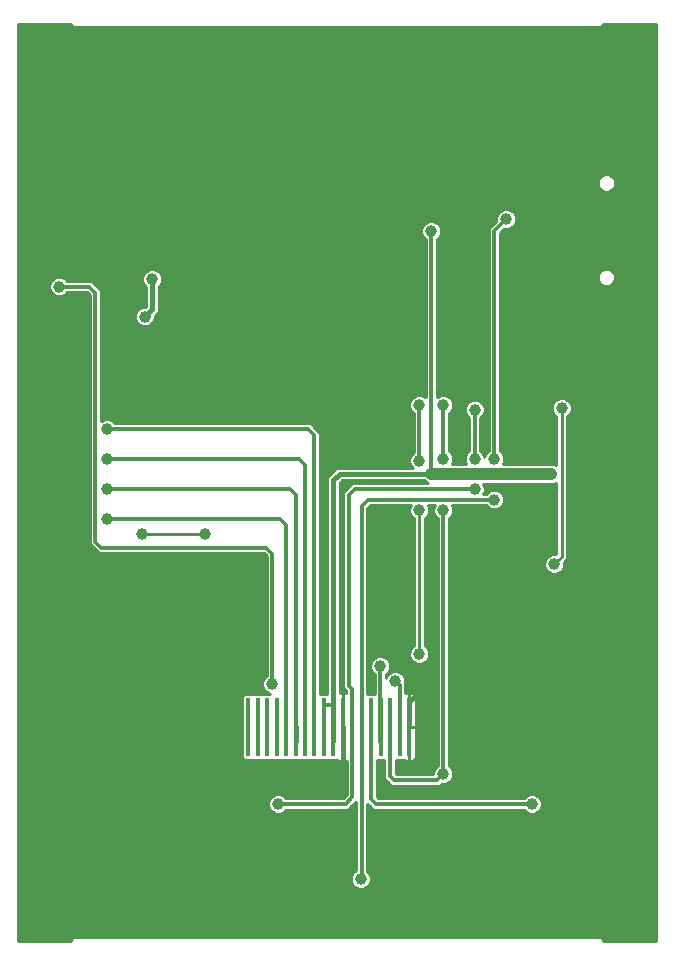
<source format=gbl>
G75*
%MOIN*%
%OFA0B0*%
%FSLAX25Y25*%
%IPPOS*%
%LPD*%
%AMOC8*
5,1,8,0,0,1.08239X$1,22.5*
%
%ADD10R,0.01772X0.19685*%
%ADD11C,0.03962*%
%ADD12C,0.01000*%
%ADD13C,0.01200*%
%ADD14C,0.01600*%
%ADD15C,0.04000*%
D10*
X0084199Y0092169D03*
X0087349Y0092169D03*
X0090498Y0092169D03*
X0093648Y0092169D03*
X0096797Y0092169D03*
X0099947Y0092169D03*
X0103097Y0092169D03*
X0106246Y0092169D03*
X0109396Y0092169D03*
X0112545Y0092169D03*
X0115695Y0092169D03*
X0118845Y0092169D03*
X0121994Y0092169D03*
X0125144Y0092169D03*
X0128293Y0092169D03*
X0131443Y0092169D03*
X0134593Y0092169D03*
X0137742Y0092169D03*
D11*
X0141671Y0102000D03*
X0133171Y0107500D03*
X0128171Y0112500D03*
X0141171Y0116500D03*
X0155671Y0102000D03*
X0149171Y0076500D03*
X0137171Y0056500D03*
X0137171Y0051500D03*
X0132171Y0051500D03*
X0127171Y0051500D03*
X0127171Y0056500D03*
X0132171Y0056500D03*
X0121671Y0041500D03*
X0115171Y0045500D03*
X0115171Y0050500D03*
X0109671Y0050500D03*
X0109671Y0045500D03*
X0104171Y0045500D03*
X0104171Y0050500D03*
X0094171Y0066500D03*
X0092171Y0106500D03*
X0069671Y0156500D03*
X0048671Y0156500D03*
X0037171Y0161500D03*
X0037171Y0171500D03*
X0037171Y0181500D03*
X0037171Y0191500D03*
X0043171Y0210500D03*
X0054171Y0210500D03*
X0049671Y0229000D03*
X0052171Y0241500D03*
X0021171Y0239000D03*
X0021671Y0147000D03*
X0016671Y0147000D03*
X0011671Y0147000D03*
X0011671Y0142000D03*
X0016671Y0142000D03*
X0021671Y0142000D03*
X0141171Y0164500D03*
X0149171Y0164500D03*
X0159671Y0171500D03*
X0166171Y0168000D03*
X0175171Y0176500D03*
X0180171Y0176500D03*
X0185171Y0176500D03*
X0188671Y0198500D03*
X0166171Y0181500D03*
X0159671Y0181500D03*
X0159671Y0198000D03*
X0149171Y0199500D03*
X0141171Y0199500D03*
X0141171Y0181000D03*
X0149171Y0181500D03*
X0186171Y0146500D03*
X0178671Y0066500D03*
X0145171Y0257500D03*
X0170171Y0261500D03*
D12*
X0025071Y0021000D02*
X0007271Y0021000D01*
X0007271Y0326500D01*
X0025071Y0326500D01*
X0025071Y0326044D01*
X0025716Y0325400D01*
X0201627Y0325400D01*
X0202271Y0326044D01*
X0202271Y0326500D01*
X0220071Y0326500D01*
X0220071Y0021000D01*
X0202271Y0021000D01*
X0202271Y0021456D01*
X0201627Y0022100D01*
X0025716Y0022100D01*
X0025071Y0021456D01*
X0025071Y0021000D01*
X0025079Y0021463D02*
X0007271Y0021463D01*
X0007271Y0022461D02*
X0220071Y0022461D01*
X0220071Y0021463D02*
X0202264Y0021463D01*
X0220071Y0023460D02*
X0007271Y0023460D01*
X0007271Y0024458D02*
X0220071Y0024458D01*
X0220071Y0025457D02*
X0007271Y0025457D01*
X0007271Y0026455D02*
X0220071Y0026455D01*
X0220071Y0027454D02*
X0007271Y0027454D01*
X0007271Y0028452D02*
X0220071Y0028452D01*
X0220071Y0029451D02*
X0007271Y0029451D01*
X0007271Y0030449D02*
X0220071Y0030449D01*
X0220071Y0031448D02*
X0007271Y0031448D01*
X0007271Y0032446D02*
X0220071Y0032446D01*
X0220071Y0033445D02*
X0007271Y0033445D01*
X0007271Y0034443D02*
X0220071Y0034443D01*
X0220071Y0035442D02*
X0007271Y0035442D01*
X0007271Y0036440D02*
X0220071Y0036440D01*
X0220071Y0037439D02*
X0007271Y0037439D01*
X0007271Y0038437D02*
X0120491Y0038437D01*
X0121019Y0038219D02*
X0119813Y0038718D01*
X0118890Y0039641D01*
X0118390Y0040847D01*
X0118390Y0042153D01*
X0118890Y0043359D01*
X0119813Y0044282D01*
X0120094Y0044398D01*
X0120094Y0067236D01*
X0118571Y0065713D01*
X0117458Y0064600D01*
X0096912Y0064600D01*
X0096030Y0063718D01*
X0094824Y0063219D01*
X0093519Y0063219D01*
X0092313Y0063718D01*
X0091390Y0064641D01*
X0090890Y0065847D01*
X0090890Y0067153D01*
X0091390Y0068359D01*
X0092313Y0069282D01*
X0093519Y0069781D01*
X0094824Y0069781D01*
X0096030Y0069282D01*
X0096912Y0068400D01*
X0115884Y0068400D01*
X0116945Y0069460D01*
X0116945Y0080871D01*
X0116778Y0080827D01*
X0115695Y0080827D01*
X0115695Y0092169D01*
X0115695Y0092169D01*
X0115695Y0080827D01*
X0114612Y0080827D01*
X0114230Y0080929D01*
X0114003Y0081060D01*
X0113970Y0081027D01*
X0111121Y0081027D01*
X0110971Y0081177D01*
X0110820Y0081027D01*
X0107971Y0081027D01*
X0107821Y0081177D01*
X0107670Y0081027D01*
X0104822Y0081027D01*
X0104671Y0081177D01*
X0104521Y0081027D01*
X0101672Y0081027D01*
X0101522Y0081177D01*
X0101371Y0081027D01*
X0098523Y0081027D01*
X0098372Y0081177D01*
X0098222Y0081027D01*
X0095373Y0081027D01*
X0095223Y0081177D01*
X0095072Y0081027D01*
X0092223Y0081027D01*
X0092073Y0081177D01*
X0091922Y0081027D01*
X0089074Y0081027D01*
X0088923Y0081177D01*
X0088773Y0081027D01*
X0085924Y0081027D01*
X0085774Y0081177D01*
X0085623Y0081027D01*
X0082775Y0081027D01*
X0082013Y0081788D01*
X0082013Y0102550D01*
X0082775Y0103312D01*
X0085623Y0103312D01*
X0085774Y0103161D01*
X0085924Y0103312D01*
X0088773Y0103312D01*
X0088923Y0103161D01*
X0089074Y0103312D01*
X0091294Y0103312D01*
X0090313Y0103718D01*
X0089390Y0104641D01*
X0088890Y0105847D01*
X0088890Y0107153D01*
X0089390Y0108359D01*
X0090271Y0109240D01*
X0090271Y0149213D01*
X0089384Y0150100D01*
X0034384Y0150100D01*
X0032384Y0152100D01*
X0031271Y0153213D01*
X0031271Y0236213D01*
X0030384Y0237100D01*
X0023912Y0237100D01*
X0023030Y0236218D01*
X0021824Y0235719D01*
X0020519Y0235719D01*
X0019313Y0236218D01*
X0018390Y0237141D01*
X0007271Y0237141D01*
X0007271Y0236143D02*
X0019496Y0236143D01*
X0018390Y0237141D02*
X0017890Y0238347D01*
X0017890Y0239653D01*
X0018390Y0240859D01*
X0019313Y0241782D01*
X0020519Y0242281D01*
X0021824Y0242281D01*
X0023030Y0241782D01*
X0023912Y0240900D01*
X0031958Y0240900D01*
X0033071Y0239787D01*
X0035071Y0237787D01*
X0035071Y0194040D01*
X0035313Y0194282D01*
X0036519Y0194781D01*
X0037824Y0194781D01*
X0039030Y0194282D01*
X0039912Y0193400D01*
X0104958Y0193400D01*
X0106071Y0192287D01*
X0108146Y0190212D01*
X0108146Y0103312D01*
X0110445Y0103312D01*
X0110445Y0175244D01*
X0112571Y0177370D01*
X0113802Y0178600D01*
X0138931Y0178600D01*
X0138390Y0179141D01*
X0137890Y0180347D01*
X0137890Y0181653D01*
X0138390Y0182859D01*
X0139271Y0183740D01*
X0139271Y0196760D01*
X0138390Y0197641D01*
X0137890Y0198847D01*
X0137890Y0200153D01*
X0138390Y0201359D01*
X0139313Y0202282D01*
X0140519Y0202781D01*
X0141824Y0202781D01*
X0143030Y0202282D01*
X0143271Y0202040D01*
X0143271Y0254760D01*
X0142390Y0255641D01*
X0141890Y0256847D01*
X0141890Y0258153D01*
X0142390Y0259359D01*
X0143313Y0260282D01*
X0144519Y0260781D01*
X0145824Y0260781D01*
X0147030Y0260282D01*
X0147953Y0259359D01*
X0148452Y0258153D01*
X0148452Y0256847D01*
X0147953Y0255641D01*
X0147071Y0254760D01*
X0147071Y0202040D01*
X0147313Y0202282D01*
X0148519Y0202781D01*
X0149824Y0202781D01*
X0151030Y0202282D01*
X0151953Y0201359D01*
X0152452Y0200153D01*
X0152452Y0198847D01*
X0151953Y0197641D01*
X0151071Y0196760D01*
X0151071Y0184240D01*
X0151953Y0183359D01*
X0152452Y0182153D01*
X0152452Y0180847D01*
X0152019Y0179800D01*
X0156824Y0179800D01*
X0156390Y0180847D01*
X0156390Y0182153D01*
X0156890Y0183359D01*
X0157771Y0184240D01*
X0157771Y0195260D01*
X0156890Y0196141D01*
X0156390Y0197347D01*
X0156390Y0198653D01*
X0156890Y0199859D01*
X0157813Y0200782D01*
X0159019Y0201281D01*
X0160324Y0201281D01*
X0161530Y0200782D01*
X0162453Y0199859D01*
X0162952Y0198653D01*
X0162952Y0197347D01*
X0162453Y0196141D01*
X0161571Y0195260D01*
X0161571Y0184240D01*
X0162453Y0183359D01*
X0162921Y0182228D01*
X0163390Y0183359D01*
X0164271Y0184240D01*
X0164271Y0258287D01*
X0166890Y0260906D01*
X0166890Y0262153D01*
X0167390Y0263359D01*
X0168313Y0264282D01*
X0169519Y0264781D01*
X0170824Y0264781D01*
X0172030Y0264282D01*
X0172953Y0263359D01*
X0173452Y0262153D01*
X0173452Y0260847D01*
X0172953Y0259641D01*
X0172030Y0258718D01*
X0170824Y0258219D01*
X0169577Y0258219D01*
X0168071Y0256713D01*
X0168071Y0184240D01*
X0168953Y0183359D01*
X0169452Y0182153D01*
X0169452Y0180847D01*
X0169019Y0179800D01*
X0185828Y0179800D01*
X0186871Y0179368D01*
X0186871Y0195694D01*
X0186813Y0195718D01*
X0185890Y0196641D01*
X0185390Y0197847D01*
X0185390Y0199153D01*
X0185890Y0200359D01*
X0186813Y0201282D01*
X0188019Y0201781D01*
X0189324Y0201781D01*
X0190530Y0201282D01*
X0191453Y0200359D01*
X0191952Y0199153D01*
X0191952Y0197847D01*
X0191453Y0196641D01*
X0190530Y0195718D01*
X0190471Y0195694D01*
X0190471Y0148254D01*
X0189428Y0147211D01*
X0189452Y0147153D01*
X0189452Y0145847D01*
X0188953Y0144641D01*
X0188030Y0143718D01*
X0186824Y0143219D01*
X0185519Y0143219D01*
X0184313Y0143718D01*
X0183390Y0144641D01*
X0182890Y0145847D01*
X0182890Y0147153D01*
X0183390Y0148359D01*
X0184313Y0149282D01*
X0185519Y0149781D01*
X0186824Y0149781D01*
X0186871Y0149761D01*
X0186871Y0173632D01*
X0185828Y0173200D01*
X0162519Y0173200D01*
X0162952Y0172153D01*
X0162952Y0170847D01*
X0162560Y0169900D01*
X0163431Y0169900D01*
X0164313Y0170782D01*
X0165519Y0171281D01*
X0166824Y0171281D01*
X0168030Y0170782D01*
X0168953Y0169859D01*
X0169452Y0168653D01*
X0169452Y0167347D01*
X0168953Y0166141D01*
X0168030Y0165218D01*
X0166824Y0164719D01*
X0165519Y0164719D01*
X0164313Y0165218D01*
X0163431Y0166100D01*
X0152060Y0166100D01*
X0152452Y0165153D01*
X0152452Y0163847D01*
X0151953Y0162641D01*
X0151071Y0161760D01*
X0151071Y0079240D01*
X0151953Y0078359D01*
X0152452Y0077153D01*
X0152452Y0075847D01*
X0151953Y0074641D01*
X0151030Y0073718D01*
X0149824Y0073219D01*
X0148577Y0073219D01*
X0147958Y0072600D01*
X0131884Y0072600D01*
X0130771Y0073713D01*
X0129543Y0074941D01*
X0129543Y0081027D01*
X0127044Y0081027D01*
X0127044Y0068815D01*
X0127458Y0068400D01*
X0175931Y0068400D01*
X0176813Y0069282D01*
X0178019Y0069781D01*
X0179324Y0069781D01*
X0180530Y0069282D01*
X0181453Y0068359D01*
X0181952Y0067153D01*
X0181952Y0065847D01*
X0181453Y0064641D01*
X0180530Y0063718D01*
X0179324Y0063219D01*
X0178019Y0063219D01*
X0176813Y0063718D01*
X0175931Y0064600D01*
X0125884Y0064600D01*
X0124771Y0065713D01*
X0123894Y0066590D01*
X0123894Y0043917D01*
X0124453Y0043359D01*
X0124952Y0042153D01*
X0124952Y0040847D01*
X0124453Y0039641D01*
X0123530Y0038718D01*
X0122324Y0038219D01*
X0121019Y0038219D01*
X0122852Y0038437D02*
X0220071Y0038437D01*
X0220071Y0039436D02*
X0124248Y0039436D01*
X0124781Y0040434D02*
X0220071Y0040434D01*
X0220071Y0041433D02*
X0124952Y0041433D01*
X0124837Y0042432D02*
X0220071Y0042432D01*
X0220071Y0043430D02*
X0124381Y0043430D01*
X0123894Y0044429D02*
X0220071Y0044429D01*
X0220071Y0045427D02*
X0123894Y0045427D01*
X0123894Y0046426D02*
X0220071Y0046426D01*
X0220071Y0047424D02*
X0123894Y0047424D01*
X0123894Y0048423D02*
X0220071Y0048423D01*
X0220071Y0049421D02*
X0123894Y0049421D01*
X0123894Y0050420D02*
X0220071Y0050420D01*
X0220071Y0051418D02*
X0123894Y0051418D01*
X0123894Y0052417D02*
X0220071Y0052417D01*
X0220071Y0053415D02*
X0123894Y0053415D01*
X0123894Y0054414D02*
X0220071Y0054414D01*
X0220071Y0055412D02*
X0123894Y0055412D01*
X0123894Y0056411D02*
X0220071Y0056411D01*
X0220071Y0057409D02*
X0123894Y0057409D01*
X0123894Y0058408D02*
X0220071Y0058408D01*
X0220071Y0059406D02*
X0123894Y0059406D01*
X0123894Y0060405D02*
X0220071Y0060405D01*
X0220071Y0061403D02*
X0123894Y0061403D01*
X0123894Y0062402D02*
X0220071Y0062402D01*
X0220071Y0063400D02*
X0179762Y0063400D01*
X0181210Y0064399D02*
X0220071Y0064399D01*
X0220071Y0065397D02*
X0181766Y0065397D01*
X0181952Y0066396D02*
X0220071Y0066396D01*
X0220071Y0067394D02*
X0181852Y0067394D01*
X0181419Y0068393D02*
X0220071Y0068393D01*
X0220071Y0069391D02*
X0180265Y0069391D01*
X0177581Y0063400D02*
X0123894Y0063400D01*
X0123894Y0064399D02*
X0176132Y0064399D01*
X0177078Y0069391D02*
X0127044Y0069391D01*
X0127044Y0070390D02*
X0220071Y0070390D01*
X0220071Y0071388D02*
X0127044Y0071388D01*
X0127044Y0072387D02*
X0220071Y0072387D01*
X0220071Y0073385D02*
X0150226Y0073385D01*
X0151695Y0074384D02*
X0220071Y0074384D01*
X0220071Y0075382D02*
X0152260Y0075382D01*
X0152452Y0076381D02*
X0220071Y0076381D01*
X0220071Y0077379D02*
X0152359Y0077379D01*
X0151934Y0078378D02*
X0220071Y0078378D01*
X0220071Y0079376D02*
X0151071Y0079376D01*
X0151071Y0080375D02*
X0220071Y0080375D01*
X0220071Y0081373D02*
X0151071Y0081373D01*
X0151071Y0082372D02*
X0220071Y0082372D01*
X0220071Y0083370D02*
X0151071Y0083370D01*
X0151071Y0084369D02*
X0220071Y0084369D01*
X0220071Y0085368D02*
X0151071Y0085368D01*
X0151071Y0086366D02*
X0220071Y0086366D01*
X0220071Y0087365D02*
X0151071Y0087365D01*
X0151071Y0088363D02*
X0220071Y0088363D01*
X0220071Y0089362D02*
X0151071Y0089362D01*
X0151071Y0090360D02*
X0220071Y0090360D01*
X0220071Y0091359D02*
X0151071Y0091359D01*
X0151071Y0092357D02*
X0220071Y0092357D01*
X0220071Y0093356D02*
X0151071Y0093356D01*
X0151071Y0094354D02*
X0220071Y0094354D01*
X0220071Y0095353D02*
X0151071Y0095353D01*
X0151071Y0096351D02*
X0220071Y0096351D01*
X0220071Y0097350D02*
X0151071Y0097350D01*
X0151071Y0098348D02*
X0220071Y0098348D01*
X0220071Y0099347D02*
X0151071Y0099347D01*
X0151071Y0100345D02*
X0220071Y0100345D01*
X0220071Y0101344D02*
X0151071Y0101344D01*
X0151071Y0102342D02*
X0220071Y0102342D01*
X0220071Y0103341D02*
X0151071Y0103341D01*
X0151071Y0104339D02*
X0220071Y0104339D01*
X0220071Y0105338D02*
X0151071Y0105338D01*
X0151071Y0106336D02*
X0220071Y0106336D01*
X0220071Y0107335D02*
X0151071Y0107335D01*
X0151071Y0108333D02*
X0220071Y0108333D01*
X0220071Y0109332D02*
X0151071Y0109332D01*
X0151071Y0110330D02*
X0220071Y0110330D01*
X0220071Y0111329D02*
X0151071Y0111329D01*
X0151071Y0112327D02*
X0220071Y0112327D01*
X0220071Y0113326D02*
X0151071Y0113326D01*
X0151071Y0114324D02*
X0220071Y0114324D01*
X0220071Y0115323D02*
X0151071Y0115323D01*
X0151071Y0116321D02*
X0220071Y0116321D01*
X0220071Y0117320D02*
X0151071Y0117320D01*
X0151071Y0118318D02*
X0220071Y0118318D01*
X0220071Y0119317D02*
X0151071Y0119317D01*
X0151071Y0120315D02*
X0220071Y0120315D01*
X0220071Y0121314D02*
X0151071Y0121314D01*
X0151071Y0122312D02*
X0220071Y0122312D01*
X0220071Y0123311D02*
X0151071Y0123311D01*
X0151071Y0124309D02*
X0220071Y0124309D01*
X0220071Y0125308D02*
X0151071Y0125308D01*
X0151071Y0126306D02*
X0220071Y0126306D01*
X0220071Y0127305D02*
X0151071Y0127305D01*
X0151071Y0128303D02*
X0220071Y0128303D01*
X0220071Y0129302D02*
X0151071Y0129302D01*
X0151071Y0130301D02*
X0220071Y0130301D01*
X0220071Y0131299D02*
X0151071Y0131299D01*
X0151071Y0132298D02*
X0220071Y0132298D01*
X0220071Y0133296D02*
X0151071Y0133296D01*
X0151071Y0134295D02*
X0220071Y0134295D01*
X0220071Y0135293D02*
X0151071Y0135293D01*
X0151071Y0136292D02*
X0220071Y0136292D01*
X0220071Y0137290D02*
X0151071Y0137290D01*
X0151071Y0138289D02*
X0220071Y0138289D01*
X0220071Y0139287D02*
X0151071Y0139287D01*
X0151071Y0140286D02*
X0220071Y0140286D01*
X0220071Y0141284D02*
X0151071Y0141284D01*
X0151071Y0142283D02*
X0220071Y0142283D01*
X0220071Y0143281D02*
X0186974Y0143281D01*
X0185368Y0143281D02*
X0151071Y0143281D01*
X0151071Y0144280D02*
X0183752Y0144280D01*
X0183126Y0145278D02*
X0151071Y0145278D01*
X0151071Y0146277D02*
X0182890Y0146277D01*
X0182941Y0147275D02*
X0151071Y0147275D01*
X0151071Y0148274D02*
X0183355Y0148274D01*
X0184303Y0149272D02*
X0151071Y0149272D01*
X0151071Y0150271D02*
X0186871Y0150271D01*
X0186871Y0151269D02*
X0151071Y0151269D01*
X0151071Y0152268D02*
X0186871Y0152268D01*
X0186871Y0153266D02*
X0151071Y0153266D01*
X0151071Y0154265D02*
X0186871Y0154265D01*
X0186871Y0155263D02*
X0151071Y0155263D01*
X0151071Y0156262D02*
X0186871Y0156262D01*
X0186871Y0157260D02*
X0151071Y0157260D01*
X0151071Y0158259D02*
X0186871Y0158259D01*
X0186871Y0159257D02*
X0151071Y0159257D01*
X0151071Y0160256D02*
X0186871Y0160256D01*
X0186871Y0161254D02*
X0151071Y0161254D01*
X0151564Y0162253D02*
X0186871Y0162253D01*
X0186871Y0163251D02*
X0152206Y0163251D01*
X0152452Y0164250D02*
X0186871Y0164250D01*
X0186871Y0165248D02*
X0168060Y0165248D01*
X0168997Y0166247D02*
X0186871Y0166247D01*
X0186871Y0167245D02*
X0169410Y0167245D01*
X0169452Y0168244D02*
X0186871Y0168244D01*
X0186871Y0169242D02*
X0169208Y0169242D01*
X0168571Y0170241D02*
X0186871Y0170241D01*
X0186871Y0171239D02*
X0166924Y0171239D01*
X0165418Y0171239D02*
X0162952Y0171239D01*
X0162917Y0172238D02*
X0186871Y0172238D01*
X0186871Y0173237D02*
X0185916Y0173237D01*
X0190471Y0173237D02*
X0220071Y0173237D01*
X0220071Y0174235D02*
X0190471Y0174235D01*
X0190471Y0175234D02*
X0220071Y0175234D01*
X0220071Y0176232D02*
X0190471Y0176232D01*
X0190471Y0177231D02*
X0220071Y0177231D01*
X0220071Y0178229D02*
X0190471Y0178229D01*
X0190471Y0179228D02*
X0220071Y0179228D01*
X0220071Y0180226D02*
X0190471Y0180226D01*
X0190471Y0181225D02*
X0220071Y0181225D01*
X0220071Y0182223D02*
X0190471Y0182223D01*
X0190471Y0183222D02*
X0220071Y0183222D01*
X0220071Y0184220D02*
X0190471Y0184220D01*
X0190471Y0185219D02*
X0220071Y0185219D01*
X0220071Y0186217D02*
X0190471Y0186217D01*
X0190471Y0187216D02*
X0220071Y0187216D01*
X0220071Y0188214D02*
X0190471Y0188214D01*
X0190471Y0189213D02*
X0220071Y0189213D01*
X0220071Y0190211D02*
X0190471Y0190211D01*
X0190471Y0191210D02*
X0220071Y0191210D01*
X0220071Y0192208D02*
X0190471Y0192208D01*
X0190471Y0193207D02*
X0220071Y0193207D01*
X0220071Y0194205D02*
X0190471Y0194205D01*
X0190471Y0195204D02*
X0220071Y0195204D01*
X0220071Y0196202D02*
X0191014Y0196202D01*
X0191685Y0197201D02*
X0220071Y0197201D01*
X0220071Y0198199D02*
X0191952Y0198199D01*
X0191934Y0199198D02*
X0220071Y0199198D01*
X0220071Y0200196D02*
X0191520Y0200196D01*
X0190617Y0201195D02*
X0220071Y0201195D01*
X0220071Y0202193D02*
X0168071Y0202193D01*
X0168071Y0201195D02*
X0186726Y0201195D01*
X0185823Y0200196D02*
X0168071Y0200196D01*
X0168071Y0199198D02*
X0185409Y0199198D01*
X0185390Y0198199D02*
X0168071Y0198199D01*
X0168071Y0197201D02*
X0185658Y0197201D01*
X0186329Y0196202D02*
X0168071Y0196202D01*
X0168071Y0195204D02*
X0186871Y0195204D01*
X0186871Y0194205D02*
X0168071Y0194205D01*
X0168071Y0193207D02*
X0186871Y0193207D01*
X0186871Y0192208D02*
X0168071Y0192208D01*
X0168071Y0191210D02*
X0186871Y0191210D01*
X0186871Y0190211D02*
X0168071Y0190211D01*
X0168071Y0189213D02*
X0186871Y0189213D01*
X0186871Y0188214D02*
X0168071Y0188214D01*
X0168071Y0187216D02*
X0186871Y0187216D01*
X0186871Y0186217D02*
X0168071Y0186217D01*
X0168071Y0185219D02*
X0186871Y0185219D01*
X0186871Y0184220D02*
X0168091Y0184220D01*
X0169010Y0183222D02*
X0186871Y0183222D01*
X0186871Y0182223D02*
X0169423Y0182223D01*
X0169452Y0181225D02*
X0186871Y0181225D01*
X0186871Y0180226D02*
X0169195Y0180226D01*
X0164251Y0184220D02*
X0161591Y0184220D01*
X0161571Y0185219D02*
X0164271Y0185219D01*
X0164271Y0186217D02*
X0161571Y0186217D01*
X0161571Y0187216D02*
X0164271Y0187216D01*
X0164271Y0188214D02*
X0161571Y0188214D01*
X0161571Y0189213D02*
X0164271Y0189213D01*
X0164271Y0190211D02*
X0161571Y0190211D01*
X0161571Y0191210D02*
X0164271Y0191210D01*
X0164271Y0192208D02*
X0161571Y0192208D01*
X0161571Y0193207D02*
X0164271Y0193207D01*
X0164271Y0194205D02*
X0161571Y0194205D01*
X0161571Y0195204D02*
X0164271Y0195204D01*
X0164271Y0196202D02*
X0162478Y0196202D01*
X0162892Y0197201D02*
X0164271Y0197201D01*
X0164271Y0198199D02*
X0162952Y0198199D01*
X0162727Y0199198D02*
X0164271Y0199198D01*
X0164271Y0200196D02*
X0162115Y0200196D01*
X0160532Y0201195D02*
X0164271Y0201195D01*
X0164271Y0202193D02*
X0151118Y0202193D01*
X0152021Y0201195D02*
X0158810Y0201195D01*
X0157227Y0200196D02*
X0152434Y0200196D01*
X0152452Y0199198D02*
X0156616Y0199198D01*
X0156390Y0198199D02*
X0152184Y0198199D01*
X0151512Y0197201D02*
X0156451Y0197201D01*
X0156865Y0196202D02*
X0151071Y0196202D01*
X0151071Y0195204D02*
X0157771Y0195204D01*
X0157771Y0194205D02*
X0151071Y0194205D01*
X0151071Y0193207D02*
X0157771Y0193207D01*
X0157771Y0192208D02*
X0151071Y0192208D01*
X0151071Y0191210D02*
X0157771Y0191210D01*
X0157771Y0190211D02*
X0151071Y0190211D01*
X0151071Y0189213D02*
X0157771Y0189213D01*
X0157771Y0188214D02*
X0151071Y0188214D01*
X0151071Y0187216D02*
X0157771Y0187216D01*
X0157771Y0186217D02*
X0151071Y0186217D01*
X0151071Y0185219D02*
X0157771Y0185219D01*
X0157751Y0184220D02*
X0151091Y0184220D01*
X0152010Y0183222D02*
X0156833Y0183222D01*
X0156419Y0182223D02*
X0152423Y0182223D01*
X0152452Y0181225D02*
X0156390Y0181225D01*
X0156648Y0180226D02*
X0152195Y0180226D01*
X0144032Y0173400D02*
X0120458Y0173400D01*
X0118884Y0173400D01*
X0116884Y0171400D01*
X0115771Y0170287D01*
X0115771Y0105213D01*
X0116771Y0104213D01*
X0116771Y0103512D01*
X0115695Y0103512D01*
X0114645Y0103512D01*
X0114645Y0173504D01*
X0115541Y0174400D01*
X0142604Y0174400D01*
X0143302Y0173702D01*
X0144032Y0173400D01*
X0142769Y0174235D02*
X0115376Y0174235D01*
X0114645Y0173237D02*
X0118721Y0173237D01*
X0117722Y0172238D02*
X0114645Y0172238D01*
X0114645Y0171239D02*
X0116724Y0171239D01*
X0115771Y0170241D02*
X0114645Y0170241D01*
X0114645Y0169242D02*
X0115771Y0169242D01*
X0115771Y0168244D02*
X0114645Y0168244D01*
X0114645Y0167245D02*
X0115771Y0167245D01*
X0115771Y0166247D02*
X0114645Y0166247D01*
X0114645Y0165248D02*
X0115771Y0165248D01*
X0115771Y0164250D02*
X0114645Y0164250D01*
X0114645Y0163251D02*
X0115771Y0163251D01*
X0115771Y0162253D02*
X0114645Y0162253D01*
X0114645Y0161254D02*
X0115771Y0161254D01*
X0115771Y0160256D02*
X0114645Y0160256D01*
X0114645Y0159257D02*
X0115771Y0159257D01*
X0115771Y0158259D02*
X0114645Y0158259D01*
X0114645Y0157260D02*
X0115771Y0157260D01*
X0115771Y0156262D02*
X0114645Y0156262D01*
X0114645Y0155263D02*
X0115771Y0155263D01*
X0115771Y0154265D02*
X0114645Y0154265D01*
X0114645Y0153266D02*
X0115771Y0153266D01*
X0115771Y0152268D02*
X0114645Y0152268D01*
X0114645Y0151269D02*
X0115771Y0151269D01*
X0115771Y0150271D02*
X0114645Y0150271D01*
X0114645Y0149272D02*
X0115771Y0149272D01*
X0115771Y0148274D02*
X0114645Y0148274D01*
X0114645Y0147275D02*
X0115771Y0147275D01*
X0115771Y0146277D02*
X0114645Y0146277D01*
X0114645Y0145278D02*
X0115771Y0145278D01*
X0115771Y0144280D02*
X0114645Y0144280D01*
X0114645Y0143281D02*
X0115771Y0143281D01*
X0115771Y0142283D02*
X0114645Y0142283D01*
X0114645Y0141284D02*
X0115771Y0141284D01*
X0115771Y0140286D02*
X0114645Y0140286D01*
X0114645Y0139287D02*
X0115771Y0139287D01*
X0115771Y0138289D02*
X0114645Y0138289D01*
X0114645Y0137290D02*
X0115771Y0137290D01*
X0115771Y0136292D02*
X0114645Y0136292D01*
X0114645Y0135293D02*
X0115771Y0135293D01*
X0115771Y0134295D02*
X0114645Y0134295D01*
X0114645Y0133296D02*
X0115771Y0133296D01*
X0115771Y0132298D02*
X0114645Y0132298D01*
X0114645Y0131299D02*
X0115771Y0131299D01*
X0115771Y0130301D02*
X0114645Y0130301D01*
X0114645Y0129302D02*
X0115771Y0129302D01*
X0115771Y0128303D02*
X0114645Y0128303D01*
X0114645Y0127305D02*
X0115771Y0127305D01*
X0115771Y0126306D02*
X0114645Y0126306D01*
X0114645Y0125308D02*
X0115771Y0125308D01*
X0115771Y0124309D02*
X0114645Y0124309D01*
X0114645Y0123311D02*
X0115771Y0123311D01*
X0115771Y0122312D02*
X0114645Y0122312D01*
X0114645Y0121314D02*
X0115771Y0121314D01*
X0115771Y0120315D02*
X0114645Y0120315D01*
X0114645Y0119317D02*
X0115771Y0119317D01*
X0115771Y0118318D02*
X0114645Y0118318D01*
X0114645Y0117320D02*
X0115771Y0117320D01*
X0115771Y0116321D02*
X0114645Y0116321D01*
X0114645Y0115323D02*
X0115771Y0115323D01*
X0115771Y0114324D02*
X0114645Y0114324D01*
X0114645Y0113326D02*
X0115771Y0113326D01*
X0115771Y0112327D02*
X0114645Y0112327D01*
X0114645Y0111329D02*
X0115771Y0111329D01*
X0115771Y0110330D02*
X0114645Y0110330D01*
X0114645Y0109332D02*
X0115771Y0109332D01*
X0115771Y0108333D02*
X0114645Y0108333D01*
X0114645Y0107335D02*
X0115771Y0107335D01*
X0115771Y0106336D02*
X0114645Y0106336D01*
X0114645Y0105338D02*
X0115771Y0105338D01*
X0116645Y0104339D02*
X0114645Y0104339D01*
X0115695Y0103512D02*
X0115695Y0092169D01*
X0115695Y0092169D01*
X0115695Y0103512D01*
X0115695Y0103341D02*
X0115695Y0103341D01*
X0115695Y0102342D02*
X0115695Y0102342D01*
X0115695Y0101344D02*
X0115695Y0101344D01*
X0115695Y0100345D02*
X0115695Y0100345D01*
X0115695Y0099347D02*
X0115695Y0099347D01*
X0115695Y0098348D02*
X0115695Y0098348D01*
X0115695Y0097350D02*
X0115695Y0097350D01*
X0115695Y0096351D02*
X0115695Y0096351D01*
X0115695Y0095353D02*
X0115695Y0095353D01*
X0115695Y0094354D02*
X0115695Y0094354D01*
X0115695Y0093356D02*
X0115695Y0093356D01*
X0115695Y0092357D02*
X0115695Y0092357D01*
X0115695Y0091359D02*
X0115695Y0091359D01*
X0115695Y0090360D02*
X0115695Y0090360D01*
X0115695Y0089362D02*
X0115695Y0089362D01*
X0115695Y0088363D02*
X0115695Y0088363D01*
X0115695Y0087365D02*
X0115695Y0087365D01*
X0115695Y0086366D02*
X0115695Y0086366D01*
X0115695Y0085368D02*
X0115695Y0085368D01*
X0115695Y0084369D02*
X0115695Y0084369D01*
X0115695Y0083370D02*
X0115695Y0083370D01*
X0115695Y0082372D02*
X0115695Y0082372D01*
X0115695Y0081373D02*
X0115695Y0081373D01*
X0116945Y0080375D02*
X0007271Y0080375D01*
X0007271Y0081373D02*
X0082428Y0081373D01*
X0082013Y0082372D02*
X0007271Y0082372D01*
X0007271Y0083370D02*
X0082013Y0083370D01*
X0082013Y0084369D02*
X0007271Y0084369D01*
X0007271Y0085368D02*
X0082013Y0085368D01*
X0082013Y0086366D02*
X0007271Y0086366D01*
X0007271Y0087365D02*
X0082013Y0087365D01*
X0082013Y0088363D02*
X0007271Y0088363D01*
X0007271Y0089362D02*
X0082013Y0089362D01*
X0082013Y0090360D02*
X0007271Y0090360D01*
X0007271Y0091359D02*
X0082013Y0091359D01*
X0082013Y0092357D02*
X0007271Y0092357D01*
X0007271Y0093356D02*
X0082013Y0093356D01*
X0082013Y0094354D02*
X0007271Y0094354D01*
X0007271Y0095353D02*
X0082013Y0095353D01*
X0082013Y0096351D02*
X0007271Y0096351D01*
X0007271Y0097350D02*
X0082013Y0097350D01*
X0082013Y0098348D02*
X0007271Y0098348D01*
X0007271Y0099347D02*
X0082013Y0099347D01*
X0082013Y0100345D02*
X0007271Y0100345D01*
X0007271Y0101344D02*
X0082013Y0101344D01*
X0082013Y0102342D02*
X0007271Y0102342D01*
X0007271Y0103341D02*
X0091225Y0103341D01*
X0089692Y0104339D02*
X0007271Y0104339D01*
X0007271Y0105338D02*
X0089101Y0105338D01*
X0088890Y0106336D02*
X0007271Y0106336D01*
X0007271Y0107335D02*
X0088966Y0107335D01*
X0089379Y0108333D02*
X0007271Y0108333D01*
X0007271Y0109332D02*
X0090271Y0109332D01*
X0090271Y0110330D02*
X0007271Y0110330D01*
X0007271Y0111329D02*
X0090271Y0111329D01*
X0090271Y0112327D02*
X0007271Y0112327D01*
X0007271Y0113326D02*
X0090271Y0113326D01*
X0090271Y0114324D02*
X0007271Y0114324D01*
X0007271Y0115323D02*
X0090271Y0115323D01*
X0090271Y0116321D02*
X0007271Y0116321D01*
X0007271Y0117320D02*
X0090271Y0117320D01*
X0090271Y0118318D02*
X0007271Y0118318D01*
X0007271Y0119317D02*
X0090271Y0119317D01*
X0090271Y0120315D02*
X0007271Y0120315D01*
X0007271Y0121314D02*
X0090271Y0121314D01*
X0090271Y0122312D02*
X0007271Y0122312D01*
X0007271Y0123311D02*
X0090271Y0123311D01*
X0090271Y0124309D02*
X0007271Y0124309D01*
X0007271Y0125308D02*
X0090271Y0125308D01*
X0090271Y0126306D02*
X0007271Y0126306D01*
X0007271Y0127305D02*
X0090271Y0127305D01*
X0090271Y0128303D02*
X0007271Y0128303D01*
X0007271Y0129302D02*
X0090271Y0129302D01*
X0090271Y0130301D02*
X0007271Y0130301D01*
X0007271Y0131299D02*
X0090271Y0131299D01*
X0090271Y0132298D02*
X0007271Y0132298D01*
X0007271Y0133296D02*
X0090271Y0133296D01*
X0090271Y0134295D02*
X0007271Y0134295D01*
X0007271Y0135293D02*
X0090271Y0135293D01*
X0090271Y0136292D02*
X0007271Y0136292D01*
X0007271Y0137290D02*
X0090271Y0137290D01*
X0090271Y0138289D02*
X0007271Y0138289D01*
X0007271Y0139287D02*
X0090271Y0139287D01*
X0090271Y0140286D02*
X0007271Y0140286D01*
X0007271Y0141284D02*
X0090271Y0141284D01*
X0090271Y0142283D02*
X0007271Y0142283D01*
X0007271Y0143281D02*
X0090271Y0143281D01*
X0090271Y0144280D02*
X0007271Y0144280D01*
X0007271Y0145278D02*
X0090271Y0145278D01*
X0090271Y0146277D02*
X0007271Y0146277D01*
X0007271Y0147275D02*
X0090271Y0147275D01*
X0090271Y0148274D02*
X0007271Y0148274D01*
X0007271Y0149272D02*
X0090212Y0149272D01*
X0108146Y0149272D02*
X0110445Y0149272D01*
X0110445Y0148274D02*
X0108146Y0148274D01*
X0108146Y0147275D02*
X0110445Y0147275D01*
X0110445Y0146277D02*
X0108146Y0146277D01*
X0108146Y0145278D02*
X0110445Y0145278D01*
X0110445Y0144280D02*
X0108146Y0144280D01*
X0108146Y0143281D02*
X0110445Y0143281D01*
X0110445Y0142283D02*
X0108146Y0142283D01*
X0108146Y0141284D02*
X0110445Y0141284D01*
X0110445Y0140286D02*
X0108146Y0140286D01*
X0108146Y0139287D02*
X0110445Y0139287D01*
X0110445Y0138289D02*
X0108146Y0138289D01*
X0108146Y0137290D02*
X0110445Y0137290D01*
X0110445Y0136292D02*
X0108146Y0136292D01*
X0108146Y0135293D02*
X0110445Y0135293D01*
X0110445Y0134295D02*
X0108146Y0134295D01*
X0108146Y0133296D02*
X0110445Y0133296D01*
X0110445Y0132298D02*
X0108146Y0132298D01*
X0108146Y0131299D02*
X0110445Y0131299D01*
X0110445Y0130301D02*
X0108146Y0130301D01*
X0108146Y0129302D02*
X0110445Y0129302D01*
X0110445Y0128303D02*
X0108146Y0128303D01*
X0108146Y0127305D02*
X0110445Y0127305D01*
X0110445Y0126306D02*
X0108146Y0126306D01*
X0108146Y0125308D02*
X0110445Y0125308D01*
X0110445Y0124309D02*
X0108146Y0124309D01*
X0108146Y0123311D02*
X0110445Y0123311D01*
X0110445Y0122312D02*
X0108146Y0122312D01*
X0108146Y0121314D02*
X0110445Y0121314D01*
X0110445Y0120315D02*
X0108146Y0120315D01*
X0108146Y0119317D02*
X0110445Y0119317D01*
X0110445Y0118318D02*
X0108146Y0118318D01*
X0108146Y0117320D02*
X0110445Y0117320D01*
X0110445Y0116321D02*
X0108146Y0116321D01*
X0108146Y0115323D02*
X0110445Y0115323D01*
X0110445Y0114324D02*
X0108146Y0114324D01*
X0108146Y0113326D02*
X0110445Y0113326D01*
X0110445Y0112327D02*
X0108146Y0112327D01*
X0108146Y0111329D02*
X0110445Y0111329D01*
X0110445Y0110330D02*
X0108146Y0110330D01*
X0108146Y0109332D02*
X0110445Y0109332D01*
X0110445Y0108333D02*
X0108146Y0108333D01*
X0108146Y0107335D02*
X0110445Y0107335D01*
X0110445Y0106336D02*
X0108146Y0106336D01*
X0108146Y0105338D02*
X0110445Y0105338D01*
X0110445Y0104339D02*
X0108146Y0104339D01*
X0108146Y0103341D02*
X0110445Y0103341D01*
X0123894Y0103341D02*
X0126271Y0103341D01*
X0126271Y0103312D02*
X0123894Y0103312D01*
X0123894Y0165036D01*
X0124958Y0166100D01*
X0138283Y0166100D01*
X0137890Y0165153D01*
X0137890Y0163847D01*
X0138390Y0162641D01*
X0139313Y0161718D01*
X0139371Y0161694D01*
X0139371Y0119306D01*
X0139313Y0119282D01*
X0138390Y0118359D01*
X0137890Y0117153D01*
X0137890Y0115847D01*
X0138390Y0114641D01*
X0139313Y0113718D01*
X0140519Y0113219D01*
X0141824Y0113219D01*
X0143030Y0113718D01*
X0143953Y0114641D01*
X0144452Y0115847D01*
X0144452Y0117153D01*
X0143953Y0118359D01*
X0143030Y0119282D01*
X0142971Y0119306D01*
X0142971Y0161694D01*
X0143030Y0161718D01*
X0143953Y0162641D01*
X0144452Y0163847D01*
X0144452Y0165153D01*
X0144060Y0166100D01*
X0146283Y0166100D01*
X0145890Y0165153D01*
X0145890Y0163847D01*
X0146390Y0162641D01*
X0147271Y0161760D01*
X0147271Y0079240D01*
X0146390Y0078359D01*
X0145890Y0077153D01*
X0145890Y0076400D01*
X0133458Y0076400D01*
X0133343Y0076515D01*
X0133343Y0081027D01*
X0136017Y0081027D01*
X0136050Y0081060D01*
X0136277Y0080929D01*
X0136659Y0080827D01*
X0137742Y0080827D01*
X0137742Y0092169D01*
X0137742Y0092169D01*
X0137742Y0080827D01*
X0138826Y0080827D01*
X0139207Y0080929D01*
X0139549Y0081126D01*
X0139828Y0081406D01*
X0140026Y0081748D01*
X0140128Y0082129D01*
X0140128Y0092169D01*
X0137742Y0092169D01*
X0137742Y0092169D01*
X0137742Y0103512D01*
X0136659Y0103512D01*
X0136493Y0103467D01*
X0136493Y0106866D01*
X0136452Y0106906D01*
X0136452Y0108153D01*
X0135953Y0109359D01*
X0135030Y0110282D01*
X0133824Y0110781D01*
X0132519Y0110781D01*
X0131313Y0110282D01*
X0130390Y0109359D01*
X0130071Y0108590D01*
X0130071Y0109760D01*
X0130953Y0110641D01*
X0131452Y0111847D01*
X0131452Y0113153D01*
X0130953Y0114359D01*
X0130030Y0115282D01*
X0128824Y0115781D01*
X0127519Y0115781D01*
X0126313Y0115282D01*
X0125390Y0114359D01*
X0124890Y0113153D01*
X0124890Y0111847D01*
X0125390Y0110641D01*
X0126271Y0109760D01*
X0126271Y0103312D01*
X0126271Y0104339D02*
X0123894Y0104339D01*
X0123894Y0105338D02*
X0126271Y0105338D01*
X0126271Y0106336D02*
X0123894Y0106336D01*
X0123894Y0107335D02*
X0126271Y0107335D01*
X0126271Y0108333D02*
X0123894Y0108333D01*
X0123894Y0109332D02*
X0126271Y0109332D01*
X0125701Y0110330D02*
X0123894Y0110330D01*
X0123894Y0111329D02*
X0125105Y0111329D01*
X0124890Y0112327D02*
X0123894Y0112327D01*
X0123894Y0113326D02*
X0124962Y0113326D01*
X0125376Y0114324D02*
X0123894Y0114324D01*
X0123894Y0115323D02*
X0126412Y0115323D01*
X0123894Y0116321D02*
X0137890Y0116321D01*
X0137960Y0117320D02*
X0123894Y0117320D01*
X0123894Y0118318D02*
X0138373Y0118318D01*
X0139371Y0119317D02*
X0123894Y0119317D01*
X0123894Y0120315D02*
X0139371Y0120315D01*
X0139371Y0121314D02*
X0123894Y0121314D01*
X0123894Y0122312D02*
X0139371Y0122312D01*
X0139371Y0123311D02*
X0123894Y0123311D01*
X0123894Y0124309D02*
X0139371Y0124309D01*
X0139371Y0125308D02*
X0123894Y0125308D01*
X0123894Y0126306D02*
X0139371Y0126306D01*
X0139371Y0127305D02*
X0123894Y0127305D01*
X0123894Y0128303D02*
X0139371Y0128303D01*
X0139371Y0129302D02*
X0123894Y0129302D01*
X0123894Y0130301D02*
X0139371Y0130301D01*
X0139371Y0131299D02*
X0123894Y0131299D01*
X0123894Y0132298D02*
X0139371Y0132298D01*
X0139371Y0133296D02*
X0123894Y0133296D01*
X0123894Y0134295D02*
X0139371Y0134295D01*
X0139371Y0135293D02*
X0123894Y0135293D01*
X0123894Y0136292D02*
X0139371Y0136292D01*
X0139371Y0137290D02*
X0123894Y0137290D01*
X0123894Y0138289D02*
X0139371Y0138289D01*
X0139371Y0139287D02*
X0123894Y0139287D01*
X0123894Y0140286D02*
X0139371Y0140286D01*
X0139371Y0141284D02*
X0123894Y0141284D01*
X0123894Y0142283D02*
X0139371Y0142283D01*
X0139371Y0143281D02*
X0123894Y0143281D01*
X0123894Y0144280D02*
X0139371Y0144280D01*
X0139371Y0145278D02*
X0123894Y0145278D01*
X0123894Y0146277D02*
X0139371Y0146277D01*
X0139371Y0147275D02*
X0123894Y0147275D01*
X0123894Y0148274D02*
X0139371Y0148274D01*
X0139371Y0149272D02*
X0123894Y0149272D01*
X0123894Y0150271D02*
X0139371Y0150271D01*
X0139371Y0151269D02*
X0123894Y0151269D01*
X0123894Y0152268D02*
X0139371Y0152268D01*
X0139371Y0153266D02*
X0123894Y0153266D01*
X0123894Y0154265D02*
X0139371Y0154265D01*
X0139371Y0155263D02*
X0123894Y0155263D01*
X0123894Y0156262D02*
X0139371Y0156262D01*
X0139371Y0157260D02*
X0123894Y0157260D01*
X0123894Y0158259D02*
X0139371Y0158259D01*
X0139371Y0159257D02*
X0123894Y0159257D01*
X0123894Y0160256D02*
X0139371Y0160256D01*
X0139371Y0161254D02*
X0123894Y0161254D01*
X0123894Y0162253D02*
X0138778Y0162253D01*
X0138137Y0163251D02*
X0123894Y0163251D01*
X0123894Y0164250D02*
X0137890Y0164250D01*
X0137930Y0165248D02*
X0124107Y0165248D01*
X0112432Y0177231D02*
X0108146Y0177231D01*
X0108146Y0178229D02*
X0113431Y0178229D01*
X0111434Y0176232D02*
X0108146Y0176232D01*
X0108146Y0175234D02*
X0110445Y0175234D01*
X0110445Y0174235D02*
X0108146Y0174235D01*
X0108146Y0173237D02*
X0110445Y0173237D01*
X0110445Y0172238D02*
X0108146Y0172238D01*
X0108146Y0171239D02*
X0110445Y0171239D01*
X0110445Y0170241D02*
X0108146Y0170241D01*
X0108146Y0169242D02*
X0110445Y0169242D01*
X0110445Y0168244D02*
X0108146Y0168244D01*
X0108146Y0167245D02*
X0110445Y0167245D01*
X0110445Y0166247D02*
X0108146Y0166247D01*
X0108146Y0165248D02*
X0110445Y0165248D01*
X0110445Y0164250D02*
X0108146Y0164250D01*
X0108146Y0163251D02*
X0110445Y0163251D01*
X0110445Y0162253D02*
X0108146Y0162253D01*
X0108146Y0161254D02*
X0110445Y0161254D01*
X0110445Y0160256D02*
X0108146Y0160256D01*
X0108146Y0159257D02*
X0110445Y0159257D01*
X0110445Y0158259D02*
X0108146Y0158259D01*
X0108146Y0157260D02*
X0110445Y0157260D01*
X0110445Y0156262D02*
X0108146Y0156262D01*
X0108146Y0155263D02*
X0110445Y0155263D01*
X0110445Y0154265D02*
X0108146Y0154265D01*
X0108146Y0153266D02*
X0110445Y0153266D01*
X0110445Y0152268D02*
X0108146Y0152268D01*
X0108146Y0151269D02*
X0110445Y0151269D01*
X0110445Y0150271D02*
X0108146Y0150271D01*
X0108146Y0179228D02*
X0138354Y0179228D01*
X0137940Y0180226D02*
X0108146Y0180226D01*
X0108146Y0181225D02*
X0137890Y0181225D01*
X0138127Y0182223D02*
X0108146Y0182223D01*
X0108146Y0183222D02*
X0138753Y0183222D01*
X0139271Y0184220D02*
X0108146Y0184220D01*
X0108146Y0185219D02*
X0139271Y0185219D01*
X0139271Y0186217D02*
X0108146Y0186217D01*
X0108146Y0187216D02*
X0139271Y0187216D01*
X0139271Y0188214D02*
X0108146Y0188214D01*
X0108146Y0189213D02*
X0139271Y0189213D01*
X0139271Y0190211D02*
X0108146Y0190211D01*
X0107149Y0191210D02*
X0139271Y0191210D01*
X0139271Y0192208D02*
X0106150Y0192208D01*
X0105152Y0193207D02*
X0139271Y0193207D01*
X0139271Y0194205D02*
X0039106Y0194205D01*
X0035236Y0194205D02*
X0035071Y0194205D01*
X0035071Y0195204D02*
X0139271Y0195204D01*
X0139271Y0196202D02*
X0035071Y0196202D01*
X0035071Y0197201D02*
X0138830Y0197201D01*
X0138159Y0198199D02*
X0035071Y0198199D01*
X0035071Y0199198D02*
X0137890Y0199198D01*
X0137908Y0200196D02*
X0035071Y0200196D01*
X0035071Y0201195D02*
X0138322Y0201195D01*
X0139225Y0202193D02*
X0035071Y0202193D01*
X0035071Y0203192D02*
X0143271Y0203192D01*
X0143271Y0204190D02*
X0035071Y0204190D01*
X0035071Y0205189D02*
X0143271Y0205189D01*
X0143271Y0206187D02*
X0035071Y0206187D01*
X0035071Y0207186D02*
X0143271Y0207186D01*
X0143271Y0208184D02*
X0035071Y0208184D01*
X0035071Y0209183D02*
X0143271Y0209183D01*
X0143271Y0210181D02*
X0035071Y0210181D01*
X0035071Y0211180D02*
X0143271Y0211180D01*
X0143271Y0212178D02*
X0035071Y0212178D01*
X0035071Y0213177D02*
X0143271Y0213177D01*
X0143271Y0214175D02*
X0035071Y0214175D01*
X0035071Y0215174D02*
X0143271Y0215174D01*
X0143271Y0216172D02*
X0035071Y0216172D01*
X0035071Y0217171D02*
X0143271Y0217171D01*
X0143271Y0218170D02*
X0035071Y0218170D01*
X0035071Y0219168D02*
X0143271Y0219168D01*
X0143271Y0220167D02*
X0035071Y0220167D01*
X0035071Y0221165D02*
X0143271Y0221165D01*
X0143271Y0222164D02*
X0035071Y0222164D01*
X0035071Y0223162D02*
X0143271Y0223162D01*
X0143271Y0224161D02*
X0035071Y0224161D01*
X0035071Y0225159D02*
X0143271Y0225159D01*
X0143271Y0226158D02*
X0051383Y0226158D01*
X0051530Y0226218D02*
X0052453Y0227141D01*
X0052952Y0228347D01*
X0052952Y0229311D01*
X0054271Y0230630D01*
X0054271Y0238960D01*
X0054953Y0239641D01*
X0055452Y0240847D01*
X0055452Y0242153D01*
X0054953Y0243359D01*
X0054030Y0244282D01*
X0052824Y0244781D01*
X0051519Y0244781D01*
X0050313Y0244282D01*
X0049390Y0243359D01*
X0048890Y0242153D01*
X0048890Y0240847D01*
X0049390Y0239641D01*
X0050071Y0238960D01*
X0050071Y0232370D01*
X0049983Y0232281D01*
X0049019Y0232281D01*
X0047813Y0231782D01*
X0046890Y0230859D01*
X0046390Y0229653D01*
X0046390Y0228347D01*
X0046890Y0227141D01*
X0047813Y0226218D01*
X0049019Y0225719D01*
X0050324Y0225719D01*
X0051530Y0226218D01*
X0052459Y0227156D02*
X0143271Y0227156D01*
X0143271Y0228155D02*
X0052873Y0228155D01*
X0052952Y0229153D02*
X0143271Y0229153D01*
X0143271Y0230152D02*
X0053793Y0230152D01*
X0054271Y0231150D02*
X0143271Y0231150D01*
X0143271Y0232149D02*
X0054271Y0232149D01*
X0054271Y0233147D02*
X0143271Y0233147D01*
X0143271Y0234146D02*
X0054271Y0234146D01*
X0054271Y0235144D02*
X0143271Y0235144D01*
X0143271Y0236143D02*
X0054271Y0236143D01*
X0054271Y0237141D02*
X0143271Y0237141D01*
X0143271Y0238140D02*
X0054271Y0238140D01*
X0054450Y0239138D02*
X0143271Y0239138D01*
X0143271Y0240137D02*
X0055158Y0240137D01*
X0055452Y0241135D02*
X0143271Y0241135D01*
X0143271Y0242134D02*
X0055452Y0242134D01*
X0055047Y0243132D02*
X0143271Y0243132D01*
X0143271Y0244131D02*
X0054181Y0244131D01*
X0050162Y0244131D02*
X0007271Y0244131D01*
X0007271Y0245129D02*
X0143271Y0245129D01*
X0143271Y0246128D02*
X0007271Y0246128D01*
X0007271Y0247126D02*
X0143271Y0247126D01*
X0143271Y0248125D02*
X0007271Y0248125D01*
X0007271Y0249123D02*
X0143271Y0249123D01*
X0143271Y0250122D02*
X0007271Y0250122D01*
X0007271Y0251120D02*
X0143271Y0251120D01*
X0143271Y0252119D02*
X0007271Y0252119D01*
X0007271Y0253117D02*
X0143271Y0253117D01*
X0143271Y0254116D02*
X0007271Y0254116D01*
X0007271Y0255114D02*
X0142917Y0255114D01*
X0142194Y0256113D02*
X0007271Y0256113D01*
X0007271Y0257111D02*
X0141890Y0257111D01*
X0141890Y0258110D02*
X0007271Y0258110D01*
X0007271Y0259108D02*
X0142286Y0259108D01*
X0143138Y0260107D02*
X0007271Y0260107D01*
X0007271Y0261105D02*
X0166890Y0261105D01*
X0166890Y0262104D02*
X0007271Y0262104D01*
X0007271Y0263103D02*
X0167284Y0263103D01*
X0168132Y0264101D02*
X0007271Y0264101D01*
X0007271Y0265100D02*
X0220071Y0265100D01*
X0220071Y0266098D02*
X0007271Y0266098D01*
X0007271Y0267097D02*
X0220071Y0267097D01*
X0220071Y0268095D02*
X0007271Y0268095D01*
X0007271Y0269094D02*
X0220071Y0269094D01*
X0220071Y0270092D02*
X0007271Y0270092D01*
X0007271Y0271091D02*
X0201866Y0271091D01*
X0201883Y0271073D02*
X0202939Y0270636D01*
X0204081Y0270636D01*
X0205137Y0271073D01*
X0205944Y0271881D01*
X0206382Y0272937D01*
X0206382Y0274079D01*
X0205944Y0275135D01*
X0205137Y0275942D01*
X0204081Y0276380D01*
X0202939Y0276380D01*
X0201883Y0275942D01*
X0201075Y0275135D01*
X0200638Y0274079D01*
X0200638Y0272937D01*
X0201075Y0271881D01*
X0201883Y0271073D01*
X0200989Y0272089D02*
X0007271Y0272089D01*
X0007271Y0273088D02*
X0200638Y0273088D01*
X0200641Y0274086D02*
X0007271Y0274086D01*
X0007271Y0275085D02*
X0201055Y0275085D01*
X0202223Y0276083D02*
X0007271Y0276083D01*
X0007271Y0277082D02*
X0220071Y0277082D01*
X0220071Y0278080D02*
X0007271Y0278080D01*
X0007271Y0279079D02*
X0220071Y0279079D01*
X0220071Y0280077D02*
X0007271Y0280077D01*
X0007271Y0281076D02*
X0220071Y0281076D01*
X0220071Y0282074D02*
X0007271Y0282074D01*
X0007271Y0283073D02*
X0220071Y0283073D01*
X0220071Y0284071D02*
X0007271Y0284071D01*
X0007271Y0285070D02*
X0220071Y0285070D01*
X0220071Y0286068D02*
X0007271Y0286068D01*
X0007271Y0287067D02*
X0220071Y0287067D01*
X0220071Y0288065D02*
X0007271Y0288065D01*
X0007271Y0289064D02*
X0220071Y0289064D01*
X0220071Y0290062D02*
X0007271Y0290062D01*
X0007271Y0291061D02*
X0220071Y0291061D01*
X0220071Y0292059D02*
X0007271Y0292059D01*
X0007271Y0293058D02*
X0220071Y0293058D01*
X0220071Y0294056D02*
X0007271Y0294056D01*
X0007271Y0295055D02*
X0220071Y0295055D01*
X0220071Y0296053D02*
X0007271Y0296053D01*
X0007271Y0297052D02*
X0220071Y0297052D01*
X0220071Y0298050D02*
X0007271Y0298050D01*
X0007271Y0299049D02*
X0220071Y0299049D01*
X0220071Y0300047D02*
X0007271Y0300047D01*
X0007271Y0301046D02*
X0220071Y0301046D01*
X0220071Y0302044D02*
X0007271Y0302044D01*
X0007271Y0303043D02*
X0220071Y0303043D01*
X0220071Y0304041D02*
X0007271Y0304041D01*
X0007271Y0305040D02*
X0220071Y0305040D01*
X0220071Y0306039D02*
X0007271Y0306039D01*
X0007271Y0307037D02*
X0220071Y0307037D01*
X0220071Y0308036D02*
X0007271Y0308036D01*
X0007271Y0309034D02*
X0220071Y0309034D01*
X0220071Y0310033D02*
X0007271Y0310033D01*
X0007271Y0311031D02*
X0220071Y0311031D01*
X0220071Y0312030D02*
X0007271Y0312030D01*
X0007271Y0313028D02*
X0220071Y0313028D01*
X0220071Y0314027D02*
X0007271Y0314027D01*
X0007271Y0315025D02*
X0220071Y0315025D01*
X0220071Y0316024D02*
X0007271Y0316024D01*
X0007271Y0317022D02*
X0220071Y0317022D01*
X0220071Y0318021D02*
X0007271Y0318021D01*
X0007271Y0319019D02*
X0220071Y0319019D01*
X0220071Y0320018D02*
X0007271Y0320018D01*
X0007271Y0321016D02*
X0220071Y0321016D01*
X0220071Y0322015D02*
X0007271Y0322015D01*
X0007271Y0323013D02*
X0220071Y0323013D01*
X0220071Y0324012D02*
X0007271Y0324012D01*
X0007271Y0325010D02*
X0220071Y0325010D01*
X0220071Y0326009D02*
X0202236Y0326009D01*
X0204797Y0276083D02*
X0220071Y0276083D01*
X0220071Y0275085D02*
X0205965Y0275085D01*
X0206379Y0274086D02*
X0220071Y0274086D01*
X0220071Y0273088D02*
X0206382Y0273088D01*
X0206031Y0272089D02*
X0220071Y0272089D01*
X0220071Y0271091D02*
X0205154Y0271091D01*
X0220071Y0264101D02*
X0172210Y0264101D01*
X0173059Y0263103D02*
X0220071Y0263103D01*
X0220071Y0262104D02*
X0173452Y0262104D01*
X0173452Y0261105D02*
X0220071Y0261105D01*
X0220071Y0260107D02*
X0173146Y0260107D01*
X0172420Y0259108D02*
X0220071Y0259108D01*
X0220071Y0258110D02*
X0169468Y0258110D01*
X0168470Y0257111D02*
X0220071Y0257111D01*
X0220071Y0256113D02*
X0168071Y0256113D01*
X0168071Y0255114D02*
X0220071Y0255114D01*
X0220071Y0254116D02*
X0168071Y0254116D01*
X0168071Y0253117D02*
X0220071Y0253117D01*
X0220071Y0252119D02*
X0168071Y0252119D01*
X0168071Y0251120D02*
X0220071Y0251120D01*
X0220071Y0250122D02*
X0168071Y0250122D01*
X0168071Y0249123D02*
X0220071Y0249123D01*
X0220071Y0248125D02*
X0168071Y0248125D01*
X0168071Y0247126D02*
X0220071Y0247126D01*
X0220071Y0246128D02*
X0168071Y0246128D01*
X0168071Y0245129D02*
X0220071Y0245129D01*
X0220071Y0244131D02*
X0205452Y0244131D01*
X0205137Y0244446D02*
X0204081Y0244883D01*
X0202939Y0244883D01*
X0201883Y0244446D01*
X0201075Y0243638D01*
X0200638Y0242583D01*
X0200638Y0241441D01*
X0201075Y0240385D01*
X0201883Y0239577D01*
X0202939Y0239140D01*
X0204081Y0239140D01*
X0205137Y0239577D01*
X0205944Y0240385D01*
X0206382Y0241441D01*
X0206382Y0242583D01*
X0205944Y0243638D01*
X0205137Y0244446D01*
X0206154Y0243132D02*
X0220071Y0243132D01*
X0220071Y0242134D02*
X0206382Y0242134D01*
X0206255Y0241135D02*
X0220071Y0241135D01*
X0220071Y0240137D02*
X0205696Y0240137D01*
X0201324Y0240137D02*
X0168071Y0240137D01*
X0168071Y0241135D02*
X0200765Y0241135D01*
X0200638Y0242134D02*
X0168071Y0242134D01*
X0168071Y0243132D02*
X0200866Y0243132D01*
X0201568Y0244131D02*
X0168071Y0244131D01*
X0164271Y0244131D02*
X0147071Y0244131D01*
X0147071Y0245129D02*
X0164271Y0245129D01*
X0164271Y0246128D02*
X0147071Y0246128D01*
X0147071Y0247126D02*
X0164271Y0247126D01*
X0164271Y0248125D02*
X0147071Y0248125D01*
X0147071Y0249123D02*
X0164271Y0249123D01*
X0164271Y0250122D02*
X0147071Y0250122D01*
X0147071Y0251120D02*
X0164271Y0251120D01*
X0164271Y0252119D02*
X0147071Y0252119D01*
X0147071Y0253117D02*
X0164271Y0253117D01*
X0164271Y0254116D02*
X0147071Y0254116D01*
X0147426Y0255114D02*
X0164271Y0255114D01*
X0164271Y0256113D02*
X0148148Y0256113D01*
X0148452Y0257111D02*
X0164271Y0257111D01*
X0164271Y0258110D02*
X0148452Y0258110D01*
X0148057Y0259108D02*
X0165093Y0259108D01*
X0166091Y0260107D02*
X0147205Y0260107D01*
X0147071Y0243132D02*
X0164271Y0243132D01*
X0164271Y0242134D02*
X0147071Y0242134D01*
X0147071Y0241135D02*
X0164271Y0241135D01*
X0164271Y0240137D02*
X0147071Y0240137D01*
X0147071Y0239138D02*
X0164271Y0239138D01*
X0164271Y0238140D02*
X0147071Y0238140D01*
X0147071Y0237141D02*
X0164271Y0237141D01*
X0164271Y0236143D02*
X0147071Y0236143D01*
X0147071Y0235144D02*
X0164271Y0235144D01*
X0164271Y0234146D02*
X0147071Y0234146D01*
X0147071Y0233147D02*
X0164271Y0233147D01*
X0164271Y0232149D02*
X0147071Y0232149D01*
X0147071Y0231150D02*
X0164271Y0231150D01*
X0164271Y0230152D02*
X0147071Y0230152D01*
X0147071Y0229153D02*
X0164271Y0229153D01*
X0164271Y0228155D02*
X0147071Y0228155D01*
X0147071Y0227156D02*
X0164271Y0227156D01*
X0164271Y0226158D02*
X0147071Y0226158D01*
X0147071Y0225159D02*
X0164271Y0225159D01*
X0164271Y0224161D02*
X0147071Y0224161D01*
X0147071Y0223162D02*
X0164271Y0223162D01*
X0164271Y0222164D02*
X0147071Y0222164D01*
X0147071Y0221165D02*
X0164271Y0221165D01*
X0164271Y0220167D02*
X0147071Y0220167D01*
X0147071Y0219168D02*
X0164271Y0219168D01*
X0164271Y0218170D02*
X0147071Y0218170D01*
X0147071Y0217171D02*
X0164271Y0217171D01*
X0164271Y0216172D02*
X0147071Y0216172D01*
X0147071Y0215174D02*
X0164271Y0215174D01*
X0164271Y0214175D02*
X0147071Y0214175D01*
X0147071Y0213177D02*
X0164271Y0213177D01*
X0164271Y0212178D02*
X0147071Y0212178D01*
X0147071Y0211180D02*
X0164271Y0211180D01*
X0164271Y0210181D02*
X0147071Y0210181D01*
X0147071Y0209183D02*
X0164271Y0209183D01*
X0164271Y0208184D02*
X0147071Y0208184D01*
X0147071Y0207186D02*
X0164271Y0207186D01*
X0164271Y0206187D02*
X0147071Y0206187D01*
X0147071Y0205189D02*
X0164271Y0205189D01*
X0164271Y0204190D02*
X0147071Y0204190D01*
X0147071Y0203192D02*
X0164271Y0203192D01*
X0168071Y0203192D02*
X0220071Y0203192D01*
X0220071Y0204190D02*
X0168071Y0204190D01*
X0168071Y0205189D02*
X0220071Y0205189D01*
X0220071Y0206187D02*
X0168071Y0206187D01*
X0168071Y0207186D02*
X0220071Y0207186D01*
X0220071Y0208184D02*
X0168071Y0208184D01*
X0168071Y0209183D02*
X0220071Y0209183D01*
X0220071Y0210181D02*
X0168071Y0210181D01*
X0168071Y0211180D02*
X0220071Y0211180D01*
X0220071Y0212178D02*
X0168071Y0212178D01*
X0168071Y0213177D02*
X0220071Y0213177D01*
X0220071Y0214175D02*
X0168071Y0214175D01*
X0168071Y0215174D02*
X0220071Y0215174D01*
X0220071Y0216172D02*
X0168071Y0216172D01*
X0168071Y0217171D02*
X0220071Y0217171D01*
X0220071Y0218170D02*
X0168071Y0218170D01*
X0168071Y0219168D02*
X0220071Y0219168D01*
X0220071Y0220167D02*
X0168071Y0220167D01*
X0168071Y0221165D02*
X0220071Y0221165D01*
X0220071Y0222164D02*
X0168071Y0222164D01*
X0168071Y0223162D02*
X0220071Y0223162D01*
X0220071Y0224161D02*
X0168071Y0224161D01*
X0168071Y0225159D02*
X0220071Y0225159D01*
X0220071Y0226158D02*
X0168071Y0226158D01*
X0168071Y0227156D02*
X0220071Y0227156D01*
X0220071Y0228155D02*
X0168071Y0228155D01*
X0168071Y0229153D02*
X0220071Y0229153D01*
X0220071Y0230152D02*
X0168071Y0230152D01*
X0168071Y0231150D02*
X0220071Y0231150D01*
X0220071Y0232149D02*
X0168071Y0232149D01*
X0168071Y0233147D02*
X0220071Y0233147D01*
X0220071Y0234146D02*
X0168071Y0234146D01*
X0168071Y0235144D02*
X0220071Y0235144D01*
X0220071Y0236143D02*
X0168071Y0236143D01*
X0168071Y0237141D02*
X0220071Y0237141D01*
X0220071Y0238140D02*
X0168071Y0238140D01*
X0168071Y0239138D02*
X0220071Y0239138D01*
X0188671Y0198500D02*
X0188671Y0149000D01*
X0186171Y0146500D01*
X0189217Y0145278D02*
X0220071Y0145278D01*
X0220071Y0144280D02*
X0188591Y0144280D01*
X0189452Y0146277D02*
X0220071Y0146277D01*
X0220071Y0147275D02*
X0189492Y0147275D01*
X0190471Y0148274D02*
X0220071Y0148274D01*
X0220071Y0149272D02*
X0190471Y0149272D01*
X0190471Y0150271D02*
X0220071Y0150271D01*
X0220071Y0151269D02*
X0190471Y0151269D01*
X0190471Y0152268D02*
X0220071Y0152268D01*
X0220071Y0153266D02*
X0190471Y0153266D01*
X0190471Y0154265D02*
X0220071Y0154265D01*
X0220071Y0155263D02*
X0190471Y0155263D01*
X0190471Y0156262D02*
X0220071Y0156262D01*
X0220071Y0157260D02*
X0190471Y0157260D01*
X0190471Y0158259D02*
X0220071Y0158259D01*
X0220071Y0159257D02*
X0190471Y0159257D01*
X0190471Y0160256D02*
X0220071Y0160256D01*
X0220071Y0161254D02*
X0190471Y0161254D01*
X0190471Y0162253D02*
X0220071Y0162253D01*
X0220071Y0163251D02*
X0190471Y0163251D01*
X0190471Y0164250D02*
X0220071Y0164250D01*
X0220071Y0165248D02*
X0190471Y0165248D01*
X0190471Y0166247D02*
X0220071Y0166247D01*
X0220071Y0167245D02*
X0190471Y0167245D01*
X0190471Y0168244D02*
X0220071Y0168244D01*
X0220071Y0169242D02*
X0190471Y0169242D01*
X0190471Y0170241D02*
X0220071Y0170241D01*
X0220071Y0171239D02*
X0190471Y0171239D01*
X0190471Y0172238D02*
X0220071Y0172238D01*
X0164283Y0165248D02*
X0152413Y0165248D01*
X0146778Y0162253D02*
X0143564Y0162253D01*
X0142971Y0161254D02*
X0147271Y0161254D01*
X0147271Y0160256D02*
X0142971Y0160256D01*
X0142971Y0159257D02*
X0147271Y0159257D01*
X0147271Y0158259D02*
X0142971Y0158259D01*
X0142971Y0157260D02*
X0147271Y0157260D01*
X0147271Y0156262D02*
X0142971Y0156262D01*
X0142971Y0155263D02*
X0147271Y0155263D01*
X0147271Y0154265D02*
X0142971Y0154265D01*
X0142971Y0153266D02*
X0147271Y0153266D01*
X0147271Y0152268D02*
X0142971Y0152268D01*
X0142971Y0151269D02*
X0147271Y0151269D01*
X0147271Y0150271D02*
X0142971Y0150271D01*
X0142971Y0149272D02*
X0147271Y0149272D01*
X0147271Y0148274D02*
X0142971Y0148274D01*
X0142971Y0147275D02*
X0147271Y0147275D01*
X0147271Y0146277D02*
X0142971Y0146277D01*
X0142971Y0145278D02*
X0147271Y0145278D01*
X0147271Y0144280D02*
X0142971Y0144280D01*
X0142971Y0143281D02*
X0147271Y0143281D01*
X0147271Y0142283D02*
X0142971Y0142283D01*
X0142971Y0141284D02*
X0147271Y0141284D01*
X0147271Y0140286D02*
X0142971Y0140286D01*
X0142971Y0139287D02*
X0147271Y0139287D01*
X0147271Y0138289D02*
X0142971Y0138289D01*
X0142971Y0137290D02*
X0147271Y0137290D01*
X0147271Y0136292D02*
X0142971Y0136292D01*
X0142971Y0135293D02*
X0147271Y0135293D01*
X0147271Y0134295D02*
X0142971Y0134295D01*
X0142971Y0133296D02*
X0147271Y0133296D01*
X0147271Y0132298D02*
X0142971Y0132298D01*
X0142971Y0131299D02*
X0147271Y0131299D01*
X0147271Y0130301D02*
X0142971Y0130301D01*
X0142971Y0129302D02*
X0147271Y0129302D01*
X0147271Y0128303D02*
X0142971Y0128303D01*
X0142971Y0127305D02*
X0147271Y0127305D01*
X0147271Y0126306D02*
X0142971Y0126306D01*
X0142971Y0125308D02*
X0147271Y0125308D01*
X0147271Y0124309D02*
X0142971Y0124309D01*
X0142971Y0123311D02*
X0147271Y0123311D01*
X0147271Y0122312D02*
X0142971Y0122312D01*
X0142971Y0121314D02*
X0147271Y0121314D01*
X0147271Y0120315D02*
X0142971Y0120315D01*
X0142971Y0119317D02*
X0147271Y0119317D01*
X0147271Y0118318D02*
X0143970Y0118318D01*
X0144383Y0117320D02*
X0147271Y0117320D01*
X0147271Y0116321D02*
X0144452Y0116321D01*
X0144235Y0115323D02*
X0147271Y0115323D01*
X0147271Y0114324D02*
X0143636Y0114324D01*
X0142082Y0113326D02*
X0147271Y0113326D01*
X0147271Y0112327D02*
X0131452Y0112327D01*
X0131381Y0113326D02*
X0140261Y0113326D01*
X0138707Y0114324D02*
X0130967Y0114324D01*
X0129930Y0115323D02*
X0138108Y0115323D01*
X0141171Y0116500D02*
X0141171Y0164500D01*
X0144206Y0163251D02*
X0146137Y0163251D01*
X0145890Y0164250D02*
X0144452Y0164250D01*
X0144413Y0165248D02*
X0145930Y0165248D01*
X0162701Y0170241D02*
X0163772Y0170241D01*
X0163333Y0183222D02*
X0162510Y0183222D01*
X0147225Y0202193D02*
X0147071Y0202193D01*
X0143271Y0202193D02*
X0143118Y0202193D01*
X0147271Y0111329D02*
X0131238Y0111329D01*
X0131430Y0110330D02*
X0130642Y0110330D01*
X0130379Y0109332D02*
X0130071Y0109332D01*
X0134912Y0110330D02*
X0147271Y0110330D01*
X0147271Y0109332D02*
X0135964Y0109332D01*
X0136378Y0108333D02*
X0147271Y0108333D01*
X0147271Y0107335D02*
X0136452Y0107335D01*
X0136493Y0106336D02*
X0147271Y0106336D01*
X0147271Y0105338D02*
X0136493Y0105338D01*
X0136493Y0104339D02*
X0147271Y0104339D01*
X0147271Y0103341D02*
X0139326Y0103341D01*
X0139207Y0103410D02*
X0138826Y0103512D01*
X0137742Y0103512D01*
X0137742Y0092169D01*
X0137742Y0092169D01*
X0140128Y0092169D01*
X0140128Y0102209D01*
X0140026Y0102591D01*
X0139828Y0102933D01*
X0139549Y0103212D01*
X0139207Y0103410D01*
X0140092Y0102342D02*
X0147271Y0102342D01*
X0147271Y0101344D02*
X0140128Y0101344D01*
X0140128Y0100345D02*
X0147271Y0100345D01*
X0147271Y0099347D02*
X0140128Y0099347D01*
X0140128Y0098348D02*
X0147271Y0098348D01*
X0147271Y0097350D02*
X0140128Y0097350D01*
X0140128Y0096351D02*
X0147271Y0096351D01*
X0147271Y0095353D02*
X0140128Y0095353D01*
X0140128Y0094354D02*
X0147271Y0094354D01*
X0147271Y0093356D02*
X0140128Y0093356D01*
X0140128Y0092357D02*
X0147271Y0092357D01*
X0147271Y0091359D02*
X0140128Y0091359D01*
X0140128Y0090360D02*
X0147271Y0090360D01*
X0147271Y0089362D02*
X0140128Y0089362D01*
X0140128Y0088363D02*
X0147271Y0088363D01*
X0147271Y0087365D02*
X0140128Y0087365D01*
X0140128Y0086366D02*
X0147271Y0086366D01*
X0147271Y0085368D02*
X0140128Y0085368D01*
X0140128Y0084369D02*
X0147271Y0084369D01*
X0147271Y0083370D02*
X0140128Y0083370D01*
X0140128Y0082372D02*
X0147271Y0082372D01*
X0147271Y0081373D02*
X0139796Y0081373D01*
X0137742Y0081373D02*
X0137742Y0081373D01*
X0137742Y0082372D02*
X0137742Y0082372D01*
X0137742Y0083370D02*
X0137742Y0083370D01*
X0137742Y0084369D02*
X0137742Y0084369D01*
X0137742Y0085368D02*
X0137742Y0085368D01*
X0137742Y0086366D02*
X0137742Y0086366D01*
X0137742Y0087365D02*
X0137742Y0087365D01*
X0137742Y0088363D02*
X0137742Y0088363D01*
X0137742Y0089362D02*
X0137742Y0089362D01*
X0137742Y0090360D02*
X0137742Y0090360D01*
X0137742Y0091359D02*
X0137742Y0091359D01*
X0137742Y0092357D02*
X0137742Y0092357D01*
X0137742Y0093356D02*
X0137742Y0093356D01*
X0137742Y0094354D02*
X0137742Y0094354D01*
X0137742Y0095353D02*
X0137742Y0095353D01*
X0137742Y0096351D02*
X0137742Y0096351D01*
X0137742Y0097350D02*
X0137742Y0097350D01*
X0137742Y0098348D02*
X0137742Y0098348D01*
X0137742Y0099347D02*
X0137742Y0099347D01*
X0137742Y0100345D02*
X0137742Y0100345D01*
X0137742Y0101344D02*
X0137742Y0101344D01*
X0137742Y0102342D02*
X0137742Y0102342D01*
X0137742Y0103341D02*
X0137742Y0103341D01*
X0133343Y0080375D02*
X0147271Y0080375D01*
X0147271Y0079376D02*
X0133343Y0079376D01*
X0133343Y0078378D02*
X0146409Y0078378D01*
X0145984Y0077379D02*
X0133343Y0077379D01*
X0130100Y0074384D02*
X0127044Y0074384D01*
X0127044Y0075382D02*
X0129543Y0075382D01*
X0129543Y0076381D02*
X0127044Y0076381D01*
X0127044Y0077379D02*
X0129543Y0077379D01*
X0129543Y0078378D02*
X0127044Y0078378D01*
X0127044Y0079376D02*
X0129543Y0079376D01*
X0129543Y0080375D02*
X0127044Y0080375D01*
X0127044Y0073385D02*
X0131099Y0073385D01*
X0124089Y0066396D02*
X0123894Y0066396D01*
X0123894Y0065397D02*
X0125087Y0065397D01*
X0120094Y0065397D02*
X0118256Y0065397D01*
X0119254Y0066396D02*
X0120094Y0066396D01*
X0120094Y0064399D02*
X0096710Y0064399D01*
X0095262Y0063400D02*
X0120094Y0063400D01*
X0120094Y0062402D02*
X0007271Y0062402D01*
X0007271Y0063400D02*
X0093081Y0063400D01*
X0091632Y0064399D02*
X0007271Y0064399D01*
X0007271Y0065397D02*
X0091077Y0065397D01*
X0090890Y0066396D02*
X0007271Y0066396D01*
X0007271Y0067394D02*
X0090990Y0067394D01*
X0091424Y0068393D02*
X0007271Y0068393D01*
X0007271Y0069391D02*
X0092578Y0069391D01*
X0095765Y0069391D02*
X0116876Y0069391D01*
X0116945Y0070390D02*
X0007271Y0070390D01*
X0007271Y0071388D02*
X0116945Y0071388D01*
X0116945Y0072387D02*
X0007271Y0072387D01*
X0007271Y0073385D02*
X0116945Y0073385D01*
X0116945Y0074384D02*
X0007271Y0074384D01*
X0007271Y0075382D02*
X0116945Y0075382D01*
X0116945Y0076381D02*
X0007271Y0076381D01*
X0007271Y0077379D02*
X0116945Y0077379D01*
X0116945Y0078378D02*
X0007271Y0078378D01*
X0007271Y0079376D02*
X0116945Y0079376D01*
X0120094Y0061403D02*
X0007271Y0061403D01*
X0007271Y0060405D02*
X0120094Y0060405D01*
X0120094Y0059406D02*
X0007271Y0059406D01*
X0007271Y0058408D02*
X0120094Y0058408D01*
X0120094Y0057409D02*
X0007271Y0057409D01*
X0007271Y0056411D02*
X0120094Y0056411D01*
X0120094Y0055412D02*
X0007271Y0055412D01*
X0007271Y0054414D02*
X0120094Y0054414D01*
X0120094Y0053415D02*
X0007271Y0053415D01*
X0007271Y0052417D02*
X0120094Y0052417D01*
X0120094Y0051418D02*
X0007271Y0051418D01*
X0007271Y0050420D02*
X0120094Y0050420D01*
X0120094Y0049421D02*
X0007271Y0049421D01*
X0007271Y0048423D02*
X0120094Y0048423D01*
X0120094Y0047424D02*
X0007271Y0047424D01*
X0007271Y0046426D02*
X0120094Y0046426D01*
X0120094Y0045427D02*
X0007271Y0045427D01*
X0007271Y0044429D02*
X0120094Y0044429D01*
X0118961Y0043430D02*
X0007271Y0043430D01*
X0007271Y0042432D02*
X0118506Y0042432D01*
X0118390Y0041433D02*
X0007271Y0041433D01*
X0007271Y0040434D02*
X0118561Y0040434D01*
X0119095Y0039436D02*
X0007271Y0039436D01*
X0007271Y0150271D02*
X0034214Y0150271D01*
X0033215Y0151269D02*
X0007271Y0151269D01*
X0007271Y0152268D02*
X0032217Y0152268D01*
X0031271Y0153266D02*
X0007271Y0153266D01*
X0007271Y0154265D02*
X0031271Y0154265D01*
X0031271Y0155263D02*
X0007271Y0155263D01*
X0007271Y0156262D02*
X0031271Y0156262D01*
X0031271Y0157260D02*
X0007271Y0157260D01*
X0007271Y0158259D02*
X0031271Y0158259D01*
X0031271Y0159257D02*
X0007271Y0159257D01*
X0007271Y0160256D02*
X0031271Y0160256D01*
X0031271Y0161254D02*
X0007271Y0161254D01*
X0007271Y0162253D02*
X0031271Y0162253D01*
X0031271Y0163251D02*
X0007271Y0163251D01*
X0007271Y0164250D02*
X0031271Y0164250D01*
X0031271Y0165248D02*
X0007271Y0165248D01*
X0007271Y0166247D02*
X0031271Y0166247D01*
X0031271Y0167245D02*
X0007271Y0167245D01*
X0007271Y0168244D02*
X0031271Y0168244D01*
X0031271Y0169242D02*
X0007271Y0169242D01*
X0007271Y0170241D02*
X0031271Y0170241D01*
X0031271Y0171239D02*
X0007271Y0171239D01*
X0007271Y0172238D02*
X0031271Y0172238D01*
X0031271Y0173237D02*
X0007271Y0173237D01*
X0007271Y0174235D02*
X0031271Y0174235D01*
X0031271Y0175234D02*
X0007271Y0175234D01*
X0007271Y0176232D02*
X0031271Y0176232D01*
X0031271Y0177231D02*
X0007271Y0177231D01*
X0007271Y0178229D02*
X0031271Y0178229D01*
X0031271Y0179228D02*
X0007271Y0179228D01*
X0007271Y0180226D02*
X0031271Y0180226D01*
X0031271Y0181225D02*
X0007271Y0181225D01*
X0007271Y0182223D02*
X0031271Y0182223D01*
X0031271Y0183222D02*
X0007271Y0183222D01*
X0007271Y0184220D02*
X0031271Y0184220D01*
X0031271Y0185219D02*
X0007271Y0185219D01*
X0007271Y0186217D02*
X0031271Y0186217D01*
X0031271Y0187216D02*
X0007271Y0187216D01*
X0007271Y0188214D02*
X0031271Y0188214D01*
X0031271Y0189213D02*
X0007271Y0189213D01*
X0007271Y0190211D02*
X0031271Y0190211D01*
X0031271Y0191210D02*
X0007271Y0191210D01*
X0007271Y0192208D02*
X0031271Y0192208D01*
X0031271Y0193207D02*
X0007271Y0193207D01*
X0007271Y0194205D02*
X0031271Y0194205D01*
X0031271Y0195204D02*
X0007271Y0195204D01*
X0007271Y0196202D02*
X0031271Y0196202D01*
X0031271Y0197201D02*
X0007271Y0197201D01*
X0007271Y0198199D02*
X0031271Y0198199D01*
X0031271Y0199198D02*
X0007271Y0199198D01*
X0007271Y0200196D02*
X0031271Y0200196D01*
X0031271Y0201195D02*
X0007271Y0201195D01*
X0007271Y0202193D02*
X0031271Y0202193D01*
X0031271Y0203192D02*
X0007271Y0203192D01*
X0007271Y0204190D02*
X0031271Y0204190D01*
X0031271Y0205189D02*
X0007271Y0205189D01*
X0007271Y0206187D02*
X0031271Y0206187D01*
X0031271Y0207186D02*
X0007271Y0207186D01*
X0007271Y0208184D02*
X0031271Y0208184D01*
X0031271Y0209183D02*
X0007271Y0209183D01*
X0007271Y0210181D02*
X0031271Y0210181D01*
X0031271Y0211180D02*
X0007271Y0211180D01*
X0007271Y0212178D02*
X0031271Y0212178D01*
X0031271Y0213177D02*
X0007271Y0213177D01*
X0007271Y0214175D02*
X0031271Y0214175D01*
X0031271Y0215174D02*
X0007271Y0215174D01*
X0007271Y0216172D02*
X0031271Y0216172D01*
X0031271Y0217171D02*
X0007271Y0217171D01*
X0007271Y0218170D02*
X0031271Y0218170D01*
X0031271Y0219168D02*
X0007271Y0219168D01*
X0007271Y0220167D02*
X0031271Y0220167D01*
X0031271Y0221165D02*
X0007271Y0221165D01*
X0007271Y0222164D02*
X0031271Y0222164D01*
X0031271Y0223162D02*
X0007271Y0223162D01*
X0007271Y0224161D02*
X0031271Y0224161D01*
X0031271Y0225159D02*
X0007271Y0225159D01*
X0007271Y0226158D02*
X0031271Y0226158D01*
X0031271Y0227156D02*
X0007271Y0227156D01*
X0007271Y0228155D02*
X0031271Y0228155D01*
X0031271Y0229153D02*
X0007271Y0229153D01*
X0007271Y0230152D02*
X0031271Y0230152D01*
X0031271Y0231150D02*
X0007271Y0231150D01*
X0007271Y0232149D02*
X0031271Y0232149D01*
X0031271Y0233147D02*
X0007271Y0233147D01*
X0007271Y0234146D02*
X0031271Y0234146D01*
X0031271Y0235144D02*
X0007271Y0235144D01*
X0007271Y0238140D02*
X0017976Y0238140D01*
X0017890Y0239138D02*
X0007271Y0239138D01*
X0007271Y0240137D02*
X0018091Y0240137D01*
X0018666Y0241135D02*
X0007271Y0241135D01*
X0007271Y0242134D02*
X0020163Y0242134D01*
X0022180Y0242134D02*
X0048890Y0242134D01*
X0048890Y0241135D02*
X0023676Y0241135D01*
X0022847Y0236143D02*
X0031271Y0236143D01*
X0035071Y0236143D02*
X0050071Y0236143D01*
X0050071Y0237141D02*
X0035071Y0237141D01*
X0034719Y0238140D02*
X0050071Y0238140D01*
X0049893Y0239138D02*
X0033720Y0239138D01*
X0032722Y0240137D02*
X0049185Y0240137D01*
X0049296Y0243132D02*
X0007271Y0243132D01*
X0035071Y0235144D02*
X0050071Y0235144D01*
X0050071Y0234146D02*
X0035071Y0234146D01*
X0035071Y0233147D02*
X0050071Y0233147D01*
X0048699Y0232149D02*
X0035071Y0232149D01*
X0035071Y0231150D02*
X0047181Y0231150D01*
X0046597Y0230152D02*
X0035071Y0230152D01*
X0035071Y0229153D02*
X0046390Y0229153D01*
X0046470Y0228155D02*
X0035071Y0228155D01*
X0035071Y0227156D02*
X0046884Y0227156D01*
X0047960Y0226158D02*
X0035071Y0226158D01*
X0043171Y0210500D02*
X0054171Y0210500D01*
X0048671Y0156500D02*
X0069671Y0156500D01*
X0025107Y0326009D02*
X0007271Y0326009D01*
D13*
X0021171Y0239000D02*
X0031171Y0239000D01*
X0033171Y0237000D01*
X0033171Y0154000D01*
X0035171Y0152000D01*
X0090171Y0152000D01*
X0092171Y0150000D01*
X0092171Y0106500D01*
X0096797Y0092169D02*
X0096797Y0159374D01*
X0094671Y0161500D01*
X0037171Y0161500D01*
X0037171Y0171500D02*
X0098171Y0171500D01*
X0100171Y0169500D01*
X0100171Y0087445D01*
X0103171Y0088094D02*
X0103097Y0092169D01*
X0103171Y0088094D02*
X0103171Y0179500D01*
X0101171Y0181500D01*
X0037171Y0181500D01*
X0037171Y0191500D02*
X0104171Y0191500D01*
X0106246Y0189425D01*
X0106246Y0092169D01*
X0109396Y0092169D02*
X0109396Y0098724D01*
X0110171Y0099500D01*
X0112671Y0099500D01*
X0112671Y0087295D01*
X0112545Y0092169D01*
X0118845Y0092169D02*
X0118671Y0087343D01*
X0118671Y0105000D01*
X0117671Y0106000D01*
X0117671Y0169500D01*
X0119671Y0171500D01*
X0159671Y0171500D01*
X0166171Y0168000D02*
X0124171Y0168000D01*
X0121994Y0165823D01*
X0121994Y0092169D01*
X0121994Y0041823D01*
X0121671Y0041500D01*
X0116671Y0066500D02*
X0094171Y0066500D01*
X0116671Y0066500D02*
X0118845Y0068673D01*
X0118845Y0092169D01*
X0125144Y0092169D02*
X0125144Y0068028D01*
X0126671Y0066500D01*
X0178671Y0066500D01*
X0149171Y0076500D02*
X0149171Y0164500D01*
X0145171Y0176500D02*
X0145171Y0257500D01*
X0166171Y0257500D02*
X0170171Y0261500D01*
X0166171Y0257500D02*
X0166171Y0181500D01*
X0159671Y0181500D02*
X0159671Y0198000D01*
X0149171Y0199500D02*
X0149171Y0181500D01*
X0141171Y0181000D02*
X0141171Y0199500D01*
X0128171Y0112500D02*
X0128171Y0087291D01*
X0128293Y0092169D01*
X0131443Y0092169D02*
X0131443Y0075728D01*
X0132671Y0074500D01*
X0147171Y0074500D01*
X0149171Y0076500D01*
X0134593Y0092169D02*
X0134593Y0106079D01*
X0133171Y0107500D01*
D14*
X0139171Y0102000D02*
X0137742Y0100571D01*
X0137742Y0092169D01*
X0139171Y0102000D02*
X0141671Y0102000D01*
X0155671Y0102000D02*
X0189171Y0102000D01*
X0191171Y0100000D01*
X0191171Y0058500D01*
X0189171Y0056500D01*
X0137171Y0056500D01*
X0115695Y0075024D02*
X0115695Y0092169D01*
X0112545Y0092169D02*
X0112545Y0174374D01*
X0114671Y0176500D01*
X0145171Y0176500D01*
X0099947Y0092169D02*
X0100171Y0087445D01*
X0091671Y0073500D02*
X0089671Y0071500D01*
X0081671Y0071500D01*
X0080171Y0073000D01*
X0080171Y0144000D01*
X0077171Y0147000D01*
X0021671Y0147000D01*
X0049671Y0229000D02*
X0052171Y0231500D01*
X0052171Y0241500D01*
X0091671Y0073500D02*
X0114171Y0073500D01*
X0115695Y0075024D01*
X0104171Y0050500D02*
X0091171Y0050500D01*
X0089671Y0052000D01*
X0089671Y0071500D01*
D15*
X0145171Y0176500D02*
X0175171Y0176500D01*
X0180171Y0176500D01*
X0185171Y0176500D01*
M02*

</source>
